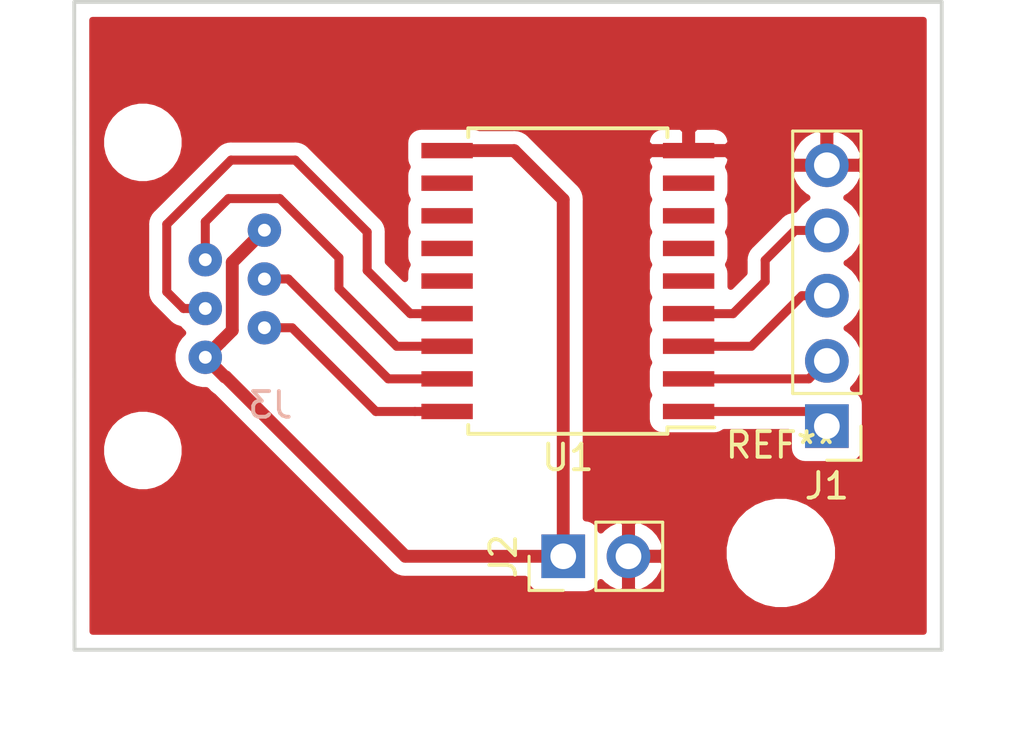
<source format=kicad_pcb>
(kicad_pcb (version 20171130) (host pcbnew "(5.1.2)-2")

  (general
    (thickness 1.6)
    (drawings 4)
    (tracks 48)
    (zones 0)
    (modules 5)
    (nets 19)
  )

  (page A4)
  (layers
    (0 F.Cu signal)
    (31 B.Cu signal)
    (32 B.Adhes user)
    (33 F.Adhes user)
    (34 B.Paste user)
    (35 F.Paste user)
    (36 B.SilkS user)
    (37 F.SilkS user)
    (38 B.Mask user)
    (39 F.Mask user)
    (40 Dwgs.User user)
    (41 Cmts.User user)
    (42 Eco1.User user)
    (43 Eco2.User user)
    (44 Edge.Cuts user)
    (45 Margin user)
    (46 B.CrtYd user)
    (47 F.CrtYd user)
    (48 B.Fab user)
    (49 F.Fab user)
  )

  (setup
    (last_trace_width 0.35)
    (trace_clearance 0.2)
    (zone_clearance 0.508)
    (zone_45_only no)
    (trace_min 0.2)
    (via_size 0.8)
    (via_drill 0.4)
    (via_min_size 0.4)
    (via_min_drill 0.3)
    (uvia_size 0.3)
    (uvia_drill 0.1)
    (uvias_allowed no)
    (uvia_min_size 0.2)
    (uvia_min_drill 0.1)
    (edge_width 0.15)
    (segment_width 0.2)
    (pcb_text_width 0.3)
    (pcb_text_size 1.5 1.5)
    (mod_edge_width 0.15)
    (mod_text_size 1 1)
    (mod_text_width 0.15)
    (pad_size 1.3 1.3)
    (pad_drill 0.5)
    (pad_to_mask_clearance 0.051)
    (solder_mask_min_width 0.25)
    (aux_axis_origin 73.7 87.5)
    (visible_elements 7FFFFFFF)
    (pcbplotparams
      (layerselection 0x010fc_ffffffff)
      (usegerberextensions false)
      (usegerberattributes false)
      (usegerberadvancedattributes false)
      (creategerberjobfile false)
      (excludeedgelayer true)
      (linewidth 0.100000)
      (plotframeref false)
      (viasonmask false)
      (mode 1)
      (useauxorigin true)
      (hpglpennumber 1)
      (hpglpenspeed 20)
      (hpglpendiameter 15.000000)
      (psnegative false)
      (psa4output false)
      (plotreference true)
      (plotvalue true)
      (plotinvisibletext false)
      (padsonsilk false)
      (subtractmaskfromsilk false)
      (outputformat 1)
      (mirror false)
      (drillshape 0)
      (scaleselection 1)
      (outputdirectory "gerbers/"))
  )

  (net 0 "")
  (net 1 "Net-(J1-Pad1)")
  (net 2 "Net-(J1-Pad2)")
  (net 3 "Net-(J1-Pad3)")
  (net 4 "Net-(J1-Pad4)")
  (net 5 GND)
  (net 6 +12V)
  (net 7 "Net-(J3-Pad5)")
  (net 8 "Net-(J3-Pad4)")
  (net 9 "Net-(J3-Pad3)")
  (net 10 "Net-(J3-Pad2)")
  (net 11 "Net-(U1-Pad5)")
  (net 12 "Net-(U1-Pad6)")
  (net 13 "Net-(U1-Pad7)")
  (net 14 "Net-(U1-Pad8)")
  (net 15 "Net-(U1-Pad11)")
  (net 16 "Net-(U1-Pad12)")
  (net 17 "Net-(U1-Pad13)")
  (net 18 "Net-(U1-Pad14)")

  (net_class Default "This is the default net class."
    (clearance 0.2)
    (trace_width 0.35)
    (via_dia 0.8)
    (via_drill 0.4)
    (uvia_dia 0.3)
    (uvia_drill 0.1)
    (add_net GND)
    (add_net "Net-(J1-Pad1)")
    (add_net "Net-(J1-Pad2)")
    (add_net "Net-(J1-Pad3)")
    (add_net "Net-(J1-Pad4)")
    (add_net "Net-(J3-Pad2)")
    (add_net "Net-(J3-Pad3)")
    (add_net "Net-(J3-Pad4)")
    (add_net "Net-(J3-Pad5)")
    (add_net "Net-(U1-Pad11)")
    (add_net "Net-(U1-Pad12)")
    (add_net "Net-(U1-Pad13)")
    (add_net "Net-(U1-Pad14)")
    (add_net "Net-(U1-Pad5)")
    (add_net "Net-(U1-Pad6)")
    (add_net "Net-(U1-Pad7)")
    (add_net "Net-(U1-Pad8)")
  )

  (net_class Power ""
    (clearance 0.2)
    (trace_width 0.5)
    (via_dia 0.8)
    (via_drill 0.4)
    (uvia_dia 0.3)
    (uvia_drill 0.1)
    (add_net +12V)
  )

  (module jebaoDosingAdapter:RJ11 (layer B.Cu) (tedit 5D75122A) (tstamp 5D743C28)
    (at 87.63 77.47 180)
    (path /5D71C0A6)
    (fp_text reference J3 (at 2.54 1.27) (layer B.SilkS)
      (effects (font (size 1 1) (thickness 0.15)) (justify mirror))
    )
    (fp_text value 6P6C (at 7.62 1.27) (layer B.Fab)
      (effects (font (size 1 1) (thickness 0.15)) (justify mirror))
    )
    (fp_line (start 0 -1) (end 13 -1) (layer B.Fab) (width 0.12))
    (fp_line (start 13 0) (end 13 12) (layer B.Fab) (width 0.12))
    (fp_line (start 13 12) (end 0 12) (layer B.Fab) (width 0.12))
    (fp_line (start 0 12) (end 0 0) (layer B.Fab) (width 0.12))
    (fp_line (start 13 0) (end 13 -1) (layer B.CrtYd) (width 0.12))
    (fp_line (start 0 0) (end 0 -1) (layer B.CrtYd) (width 0.12))
    (fp_line (start 13 0) (end 13 -1) (layer B.Fab) (width 0.12))
    (fp_line (start 0 0) (end 0 -1) (layer B.Fab) (width 0.12))
    (pad 1 thru_hole circle (at 2.77 8.08 180) (size 1.3 1.3) (drill 0.5) (layers *.Cu *.Mask)
      (net 6 +12V))
    (pad 2 thru_hole circle (at 5.07 6.93 180) (size 1.3 1.3) (drill 0.5) (layers *.Cu *.Mask)
      (net 10 "Net-(J3-Pad2)"))
    (pad 3 thru_hole circle (at 2.77 6.18 180) (size 1.3 1.3) (drill 0.5) (layers *.Cu *.Mask)
      (net 9 "Net-(J3-Pad3)"))
    (pad 4 thru_hole circle (at 5.07 5.03 180) (size 1.3 1.3) (drill 0.5) (layers *.Cu *.Mask)
      (net 8 "Net-(J3-Pad4)"))
    (pad 5 thru_hole circle (at 2.77 4.28 180) (size 1.3 1.3) (drill 0.5) (layers *.Cu *.Mask)
      (net 7 "Net-(J3-Pad5)"))
    (pad 6 thru_hole circle (at 5.07 3.13 180) (size 1.3 1.3) (drill 0.5) (layers *.Cu *.Mask)
      (net 6 +12V))
    (pad "" np_thru_hole circle (at 7.5 -0.5 180) (size 2 2) (drill 2) (layers *.Cu *.Mask))
    (pad "" np_thru_hole circle (at 7.5 11.5 180) (size 2 2) (drill 2) (layers *.Cu *.Mask))
  )

  (module Mounting_Holes:MountingHole_3.2mm_M3 (layer F.Cu) (tedit 56D1B4CB) (tstamp 5D743FD2)
    (at 104.96 81.96)
    (descr "Mounting Hole 3.2mm, no annular, M3")
    (tags "mounting hole 3.2mm no annular m3")
    (attr virtual)
    (fp_text reference REF** (at 0 -4.2) (layer F.SilkS)
      (effects (font (size 1 1) (thickness 0.15)))
    )
    (fp_text value MountingHole_3.2mm_M3 (at 0 4.2) (layer F.Fab)
      (effects (font (size 1 1) (thickness 0.15)))
    )
    (fp_text user %R (at 0.3 0) (layer F.Fab)
      (effects (font (size 1 1) (thickness 0.15)))
    )
    (fp_circle (center 0 0) (end 3.2 0) (layer Cmts.User) (width 0.15))
    (fp_circle (center 0 0) (end 3.45 0) (layer F.CrtYd) (width 0.05))
    (pad 1 np_thru_hole circle (at 0 0) (size 3.2 3.2) (drill 3.2) (layers *.Cu *.Mask))
  )

  (module Package_SO:SOIC-18W_7.5x11.6mm_P1.27mm (layer F.Cu) (tedit 5A02F2D3) (tstamp 5D80FAA1)
    (at 96.67 71.37 180)
    (descr "18-Lead Plastic Small Outline (SO) - Wide, 7.50 mm Body [SOIC] (see Microchip Packaging Specification 00000049BS.pdf)")
    (tags "SOIC 1.27")
    (path /5D71C035)
    (attr smd)
    (fp_text reference U1 (at 0 -6.875 180) (layer F.SilkS)
      (effects (font (size 1 1) (thickness 0.15)))
    )
    (fp_text value ULN2803A (at 0 6.875 180) (layer F.Fab)
      (effects (font (size 1 1) (thickness 0.15)))
    )
    (fp_text user %R (at 0 0 180) (layer F.Fab)
      (effects (font (size 1 1) (thickness 0.15)))
    )
    (fp_line (start -2.75 -5.8) (end 3.75 -5.8) (layer F.Fab) (width 0.15))
    (fp_line (start 3.75 -5.8) (end 3.75 5.8) (layer F.Fab) (width 0.15))
    (fp_line (start 3.75 5.8) (end -3.75 5.8) (layer F.Fab) (width 0.15))
    (fp_line (start -3.75 5.8) (end -3.75 -4.8) (layer F.Fab) (width 0.15))
    (fp_line (start -3.75 -4.8) (end -2.75 -5.8) (layer F.Fab) (width 0.15))
    (fp_line (start -5.95 -6.15) (end -5.95 6.15) (layer F.CrtYd) (width 0.05))
    (fp_line (start 5.95 -6.15) (end 5.95 6.15) (layer F.CrtYd) (width 0.05))
    (fp_line (start -5.95 -6.15) (end 5.95 -6.15) (layer F.CrtYd) (width 0.05))
    (fp_line (start -5.95 6.15) (end 5.95 6.15) (layer F.CrtYd) (width 0.05))
    (fp_line (start -3.875 -5.95) (end -3.875 -5.7) (layer F.SilkS) (width 0.15))
    (fp_line (start 3.875 -5.95) (end 3.875 -5.605) (layer F.SilkS) (width 0.15))
    (fp_line (start 3.875 5.95) (end 3.875 5.605) (layer F.SilkS) (width 0.15))
    (fp_line (start -3.875 5.95) (end -3.875 5.605) (layer F.SilkS) (width 0.15))
    (fp_line (start -3.875 -5.95) (end 3.875 -5.95) (layer F.SilkS) (width 0.15))
    (fp_line (start -3.875 5.95) (end 3.875 5.95) (layer F.SilkS) (width 0.15))
    (fp_line (start -3.875 -5.7) (end -5.7 -5.7) (layer F.SilkS) (width 0.15))
    (pad 1 smd rect (at -4.7 -5.08 180) (size 2 0.6) (layers F.Cu F.Paste F.Mask)
      (net 1 "Net-(J1-Pad1)"))
    (pad 2 smd rect (at -4.7 -3.81 180) (size 2 0.6) (layers F.Cu F.Paste F.Mask)
      (net 2 "Net-(J1-Pad2)"))
    (pad 3 smd rect (at -4.7 -2.54 180) (size 2 0.6) (layers F.Cu F.Paste F.Mask)
      (net 3 "Net-(J1-Pad3)"))
    (pad 4 smd rect (at -4.7 -1.27 180) (size 2 0.6) (layers F.Cu F.Paste F.Mask)
      (net 4 "Net-(J1-Pad4)"))
    (pad 5 smd rect (at -4.7 0 180) (size 2 0.6) (layers F.Cu F.Paste F.Mask)
      (net 11 "Net-(U1-Pad5)"))
    (pad 6 smd rect (at -4.7 1.27 180) (size 2 0.6) (layers F.Cu F.Paste F.Mask)
      (net 12 "Net-(U1-Pad6)"))
    (pad 7 smd rect (at -4.7 2.54 180) (size 2 0.6) (layers F.Cu F.Paste F.Mask)
      (net 13 "Net-(U1-Pad7)"))
    (pad 8 smd rect (at -4.7 3.81 180) (size 2 0.6) (layers F.Cu F.Paste F.Mask)
      (net 14 "Net-(U1-Pad8)"))
    (pad 9 smd rect (at -4.7 5.08 180) (size 2 0.6) (layers F.Cu F.Paste F.Mask)
      (net 5 GND))
    (pad 10 smd rect (at 4.7 5.08 180) (size 2 0.6) (layers F.Cu F.Paste F.Mask)
      (net 6 +12V))
    (pad 11 smd rect (at 4.7 3.81 180) (size 2 0.6) (layers F.Cu F.Paste F.Mask)
      (net 15 "Net-(U1-Pad11)"))
    (pad 12 smd rect (at 4.7 2.54 180) (size 2 0.6) (layers F.Cu F.Paste F.Mask)
      (net 16 "Net-(U1-Pad12)"))
    (pad 13 smd rect (at 4.7 1.27 180) (size 2 0.6) (layers F.Cu F.Paste F.Mask)
      (net 17 "Net-(U1-Pad13)"))
    (pad 14 smd rect (at 4.7 0 180) (size 2 0.6) (layers F.Cu F.Paste F.Mask)
      (net 18 "Net-(U1-Pad14)"))
    (pad 15 smd rect (at 4.7 -1.27 180) (size 2 0.6) (layers F.Cu F.Paste F.Mask)
      (net 8 "Net-(J3-Pad4)"))
    (pad 16 smd rect (at 4.7 -2.54 180) (size 2 0.6) (layers F.Cu F.Paste F.Mask)
      (net 10 "Net-(J3-Pad2)"))
    (pad 17 smd rect (at 4.7 -3.81 180) (size 2 0.6) (layers F.Cu F.Paste F.Mask)
      (net 9 "Net-(J3-Pad3)"))
    (pad 18 smd rect (at 4.7 -5.08 180) (size 2 0.6) (layers F.Cu F.Paste F.Mask)
      (net 7 "Net-(J3-Pad5)"))
    (model ${KISYS3DMOD}/Package_SO.3dshapes/SOIC-18W_7.5x11.6mm_P1.27mm.wrl
      (at (xyz 0 0 0))
      (scale (xyz 1 1 1))
      (rotate (xyz 0 0 0))
    )
  )

  (module Connector_PinHeader_2.54mm:PinHeader_1x05_P2.54mm_Vertical (layer F.Cu) (tedit 59FED5CC) (tstamp 5D80F437)
    (at 106.75 77.02 180)
    (descr "Through hole straight pin header, 1x05, 2.54mm pitch, single row")
    (tags "Through hole pin header THT 1x05 2.54mm single row")
    (path /5D71C4F3)
    (fp_text reference J1 (at 0 -2.33 180) (layer F.SilkS)
      (effects (font (size 1 1) (thickness 0.15)))
    )
    (fp_text value Conn_01x05_Male (at 0 12.49 180) (layer F.Fab)
      (effects (font (size 1 1) (thickness 0.15)))
    )
    (fp_line (start -0.635 -1.27) (end 1.27 -1.27) (layer F.Fab) (width 0.1))
    (fp_line (start 1.27 -1.27) (end 1.27 11.43) (layer F.Fab) (width 0.1))
    (fp_line (start 1.27 11.43) (end -1.27 11.43) (layer F.Fab) (width 0.1))
    (fp_line (start -1.27 11.43) (end -1.27 -0.635) (layer F.Fab) (width 0.1))
    (fp_line (start -1.27 -0.635) (end -0.635 -1.27) (layer F.Fab) (width 0.1))
    (fp_line (start -1.33 11.49) (end 1.33 11.49) (layer F.SilkS) (width 0.12))
    (fp_line (start -1.33 1.27) (end -1.33 11.49) (layer F.SilkS) (width 0.12))
    (fp_line (start 1.33 1.27) (end 1.33 11.49) (layer F.SilkS) (width 0.12))
    (fp_line (start -1.33 1.27) (end 1.33 1.27) (layer F.SilkS) (width 0.12))
    (fp_line (start -1.33 0) (end -1.33 -1.33) (layer F.SilkS) (width 0.12))
    (fp_line (start -1.33 -1.33) (end 0 -1.33) (layer F.SilkS) (width 0.12))
    (fp_line (start -1.8 -1.8) (end -1.8 11.95) (layer F.CrtYd) (width 0.05))
    (fp_line (start -1.8 11.95) (end 1.8 11.95) (layer F.CrtYd) (width 0.05))
    (fp_line (start 1.8 11.95) (end 1.8 -1.8) (layer F.CrtYd) (width 0.05))
    (fp_line (start 1.8 -1.8) (end -1.8 -1.8) (layer F.CrtYd) (width 0.05))
    (fp_text user %R (at 0 5.08 270) (layer F.Fab)
      (effects (font (size 1 1) (thickness 0.15)))
    )
    (pad 1 thru_hole rect (at 0 0 180) (size 1.7 1.7) (drill 1) (layers *.Cu *.Mask)
      (net 1 "Net-(J1-Pad1)"))
    (pad 2 thru_hole oval (at 0 2.54 180) (size 1.7 1.7) (drill 1) (layers *.Cu *.Mask)
      (net 2 "Net-(J1-Pad2)"))
    (pad 3 thru_hole oval (at 0 5.08 180) (size 1.7 1.7) (drill 1) (layers *.Cu *.Mask)
      (net 3 "Net-(J1-Pad3)"))
    (pad 4 thru_hole oval (at 0 7.62 180) (size 1.7 1.7) (drill 1) (layers *.Cu *.Mask)
      (net 4 "Net-(J1-Pad4)"))
    (pad 5 thru_hole oval (at 0 10.16 180) (size 1.7 1.7) (drill 1) (layers *.Cu *.Mask)
      (net 5 GND))
    (model ${KISYS3DMOD}/Connector_PinHeader_2.54mm.3dshapes/PinHeader_1x05_P2.54mm_Vertical.wrl
      (at (xyz 0 0 0))
      (scale (xyz 1 1 1))
      (rotate (xyz 0 0 0))
    )
  )

  (module Connector_PinHeader_2.54mm:PinHeader_1x02_P2.54mm_Vertical (layer F.Cu) (tedit 59FED5CC) (tstamp 5D80F6FC)
    (at 96.49 82.09 90)
    (descr "Through hole straight pin header, 1x02, 2.54mm pitch, single row")
    (tags "Through hole pin header THT 1x02 2.54mm single row")
    (path /5D71C249)
    (fp_text reference J2 (at 0 -2.33 90) (layer F.SilkS)
      (effects (font (size 1 1) (thickness 0.15)))
    )
    (fp_text value Conn_01x02_Male (at 0 4.87 90) (layer F.Fab)
      (effects (font (size 1 1) (thickness 0.15)))
    )
    (fp_line (start -0.635 -1.27) (end 1.27 -1.27) (layer F.Fab) (width 0.1))
    (fp_line (start 1.27 -1.27) (end 1.27 3.81) (layer F.Fab) (width 0.1))
    (fp_line (start 1.27 3.81) (end -1.27 3.81) (layer F.Fab) (width 0.1))
    (fp_line (start -1.27 3.81) (end -1.27 -0.635) (layer F.Fab) (width 0.1))
    (fp_line (start -1.27 -0.635) (end -0.635 -1.27) (layer F.Fab) (width 0.1))
    (fp_line (start -1.33 3.87) (end 1.33 3.87) (layer F.SilkS) (width 0.12))
    (fp_line (start -1.33 1.27) (end -1.33 3.87) (layer F.SilkS) (width 0.12))
    (fp_line (start 1.33 1.27) (end 1.33 3.87) (layer F.SilkS) (width 0.12))
    (fp_line (start -1.33 1.27) (end 1.33 1.27) (layer F.SilkS) (width 0.12))
    (fp_line (start -1.33 0) (end -1.33 -1.33) (layer F.SilkS) (width 0.12))
    (fp_line (start -1.33 -1.33) (end 0 -1.33) (layer F.SilkS) (width 0.12))
    (fp_line (start -1.8 -1.8) (end -1.8 4.35) (layer F.CrtYd) (width 0.05))
    (fp_line (start -1.8 4.35) (end 1.8 4.35) (layer F.CrtYd) (width 0.05))
    (fp_line (start 1.8 4.35) (end 1.8 -1.8) (layer F.CrtYd) (width 0.05))
    (fp_line (start 1.8 -1.8) (end -1.8 -1.8) (layer F.CrtYd) (width 0.05))
    (fp_text user %R (at 0 1.27 180) (layer F.Fab)
      (effects (font (size 1 1) (thickness 0.15)))
    )
    (pad 1 thru_hole rect (at 0 0 90) (size 1.7 1.7) (drill 1) (layers *.Cu *.Mask)
      (net 6 +12V))
    (pad 2 thru_hole oval (at 0 2.54 90) (size 1.7 1.7) (drill 1) (layers *.Cu *.Mask)
      (net 5 GND))
    (model ${KISYS3DMOD}/Connector_PinHeader_2.54mm.3dshapes/PinHeader_1x02_P2.54mm_Vertical.wrl
      (at (xyz 0 0 0))
      (scale (xyz 1 1 1))
      (rotate (xyz 0 0 0))
    )
  )

  (gr_line (start 111.22 60.5) (end 77.46 60.5) (layer Edge.Cuts) (width 0.15))
  (gr_line (start 111.22 85.73) (end 111.22 60.5) (layer Edge.Cuts) (width 0.15))
  (gr_line (start 77.47 85.73) (end 111.22 85.73) (layer Edge.Cuts) (width 0.15))
  (gr_line (start 77.46 60.52) (end 77.47 85.73) (layer Edge.Cuts) (width 0.15) (tstamp 5D743F3F))

  (segment (start 106.18 76.45) (end 106.75 77.02) (width 0.35) (layer F.Cu) (net 1))
  (segment (start 101.37 76.45) (end 106.18 76.45) (width 0.35) (layer F.Cu) (net 1))
  (segment (start 106.05 75.18) (end 106.75 74.48) (width 0.35) (layer F.Cu) (net 2))
  (segment (start 101.37 75.18) (end 106.05 75.18) (width 0.35) (layer F.Cu) (net 2))
  (segment (start 101.37 73.91) (end 103.81 73.91) (width 0.35) (layer F.Cu) (net 3))
  (segment (start 105.78 71.94) (end 106.75 71.94) (width 0.35) (layer F.Cu) (net 3))
  (segment (start 103.81 73.91) (end 105.78 71.94) (width 0.35) (layer F.Cu) (net 3))
  (segment (start 101.37 72.64) (end 103.1 72.64) (width 0.35) (layer F.Cu) (net 4))
  (segment (start 103.1 72.64) (end 104.35 71.39) (width 0.35) (layer F.Cu) (net 4))
  (segment (start 104.35 71.39) (end 104.35 70.56) (width 0.35) (layer F.Cu) (net 4))
  (segment (start 105.51 69.4) (end 106.75 69.4) (width 0.35) (layer F.Cu) (net 4))
  (segment (start 104.35 70.56) (end 105.51 69.4) (width 0.35) (layer F.Cu) (net 4))
  (segment (start 91.97 66.29) (end 94.58 66.29) (width 0.5) (layer F.Cu) (net 6))
  (segment (start 96.49 68.2) (end 96.49 82.09) (width 0.5) (layer F.Cu) (net 6))
  (segment (start 94.58 66.29) (end 96.49 68.2) (width 0.5) (layer F.Cu) (net 6))
  (segment (start 90.345 82.09) (end 96.49 82.09) (width 0.5) (layer F.Cu) (net 6))
  (segment (start 83.356999 75.101999) (end 90.345 82.09) (width 0.5) (layer F.Cu) (net 6))
  (segment (start 83.321999 75.101999) (end 83.356999 75.101999) (width 0.5) (layer F.Cu) (net 6))
  (segment (start 82.56 74.34) (end 83.321999 75.101999) (width 0.5) (layer F.Cu) (net 6))
  (segment (start 91.27 66.29) (end 91.97 66.29) (width 0.5) (layer F.Cu) (net 6))
  (segment (start 91.257937 66.302063) (end 91.27 66.29) (width 0.5) (layer F.Cu) (net 6))
  (segment (start 83.159999 73.740001) (end 82.56 74.34) (width 0.5) (layer F.Cu) (net 6))
  (segment (start 83.610001 73.289999) (end 83.159999 73.740001) (width 0.5) (layer F.Cu) (net 6))
  (segment (start 83.610001 70.639999) (end 83.610001 73.289999) (width 0.5) (layer F.Cu) (net 6))
  (segment (start 84.86 69.39) (end 83.610001 70.639999) (width 0.5) (layer F.Cu) (net 6))
  (segment (start 90.72 76.45) (end 91.97 76.45) (width 0.35) (layer F.Cu) (net 7))
  (segment (start 89.19763 76.45) (end 90.72 76.45) (width 0.35) (layer F.Cu) (net 7))
  (segment (start 85.93763 73.19) (end 89.19763 76.45) (width 0.35) (layer F.Cu) (net 7))
  (segment (start 84.86 73.19) (end 85.93763 73.19) (width 0.35) (layer F.Cu) (net 7))
  (segment (start 81.711472 72.44) (end 81.06 71.788528) (width 0.35) (layer F.Cu) (net 8))
  (segment (start 82.56 72.44) (end 81.711472 72.44) (width 0.35) (layer F.Cu) (net 8))
  (segment (start 81.06 71.788528) (end 81.06 69.16) (width 0.35) (layer F.Cu) (net 8))
  (segment (start 81.06 69.16) (end 83.56 66.66) (width 0.35) (layer F.Cu) (net 8))
  (segment (start 83.56 66.66) (end 86.06 66.66) (width 0.35) (layer F.Cu) (net 8))
  (segment (start 86.06 66.66) (end 88.86 69.46) (width 0.35) (layer F.Cu) (net 8))
  (segment (start 88.86 69.46) (end 88.86 70.96) (width 0.35) (layer F.Cu) (net 8))
  (segment (start 90.54 72.64) (end 91.97 72.64) (width 0.35) (layer F.Cu) (net 8))
  (segment (start 88.86 70.96) (end 90.54 72.64) (width 0.35) (layer F.Cu) (net 8))
  (segment (start 84.86 71.29) (end 85.79 71.29) (width 0.35) (layer F.Cu) (net 9))
  (segment (start 89.68 75.18) (end 91.97 75.18) (width 0.35) (layer F.Cu) (net 9))
  (segment (start 85.79 71.29) (end 89.68 75.18) (width 0.35) (layer F.Cu) (net 9))
  (segment (start 82.56 70.54) (end 82.56 69.06) (width 0.35) (layer F.Cu) (net 10))
  (segment (start 82.56 69.06) (end 83.46 68.16) (width 0.35) (layer F.Cu) (net 10))
  (segment (start 83.46 68.16) (end 85.46 68.16) (width 0.35) (layer F.Cu) (net 10))
  (segment (start 85.46 68.16) (end 87.76 70.46) (width 0.35) (layer F.Cu) (net 10))
  (segment (start 87.76 70.46) (end 87.76 71.66) (width 0.35) (layer F.Cu) (net 10))
  (segment (start 90.01 73.91) (end 91.97 73.91) (width 0.35) (layer F.Cu) (net 10))
  (segment (start 87.76 71.66) (end 90.01 73.91) (width 0.35) (layer F.Cu) (net 10))

  (zone (net 5) (net_name GND) (layer F.Cu) (tstamp 5D75127F) (hatch edge 0.508)
    (connect_pads (clearance 0.508))
    (min_thickness 0.254)
    (fill yes (arc_segments 16) (thermal_gap 0.508) (thermal_bridge_width 0.508))
    (polygon
      (pts
        (xy 77.46 60.56) (xy 111.02 60.52) (xy 111.14 85.83) (xy 77.46 85.76) (xy 77.46 61.66)
      )
    )
    (filled_polygon
      (pts
        (xy 110.51 85.02) (xy 78.179718 85.02) (xy 78.176858 77.808967) (xy 78.495 77.808967) (xy 78.495 78.131033)
        (xy 78.557832 78.446912) (xy 78.681082 78.744463) (xy 78.860013 79.012252) (xy 79.087748 79.239987) (xy 79.355537 79.418918)
        (xy 79.653088 79.542168) (xy 79.968967 79.605) (xy 80.291033 79.605) (xy 80.606912 79.542168) (xy 80.904463 79.418918)
        (xy 81.172252 79.239987) (xy 81.399987 79.012252) (xy 81.578918 78.744463) (xy 81.702168 78.446912) (xy 81.765 78.131033)
        (xy 81.765 77.808967) (xy 81.702168 77.493088) (xy 81.578918 77.195537) (xy 81.399987 76.927748) (xy 81.172252 76.700013)
        (xy 80.904463 76.521082) (xy 80.606912 76.397832) (xy 80.291033 76.335) (xy 79.968967 76.335) (xy 79.653088 76.397832)
        (xy 79.355537 76.521082) (xy 79.087748 76.700013) (xy 78.860013 76.927748) (xy 78.681082 77.195537) (xy 78.557832 77.493088)
        (xy 78.495 77.808967) (xy 78.176858 77.808967) (xy 78.173428 69.16) (xy 80.246081 69.16) (xy 80.250001 69.199798)
        (xy 80.25 71.74874) (xy 80.246081 71.788528) (xy 80.25 71.828316) (xy 80.25 71.828318) (xy 80.26172 71.947315)
        (xy 80.308037 72.1) (xy 80.323285 72.128527) (xy 80.383251 72.240717) (xy 80.398668 72.259502) (xy 80.484472 72.364056)
        (xy 80.515387 72.389427) (xy 81.110577 72.984618) (xy 81.135944 73.015528) (xy 81.252502 73.111184) (xy 81.259283 73.116749)
        (xy 81.399998 73.191963) (xy 81.536106 73.233251) (xy 81.54673 73.236474) (xy 81.561875 73.25914) (xy 81.692735 73.39)
        (xy 81.561875 73.52086) (xy 81.421247 73.731324) (xy 81.324381 73.965179) (xy 81.275 74.213439) (xy 81.275 74.466561)
        (xy 81.324381 74.714821) (xy 81.421247 74.948676) (xy 81.561875 75.15914) (xy 81.74086 75.338125) (xy 81.951324 75.478753)
        (xy 82.185179 75.575619) (xy 82.433439 75.625) (xy 82.593421 75.625) (xy 82.665469 75.697048) (xy 82.693182 75.730816)
        (xy 82.72695 75.758529) (xy 82.726952 75.758531) (xy 82.754199 75.780892) (xy 82.82794 75.84141) (xy 82.864228 75.860806)
        (xy 89.68847 82.685049) (xy 89.716183 82.718817) (xy 89.749951 82.74653) (xy 89.749953 82.746532) (xy 89.850941 82.829411)
        (xy 90.004687 82.911589) (xy 90.17151 82.962195) (xy 90.301523 82.975) (xy 90.301531 82.975) (xy 90.345 82.979281)
        (xy 90.388469 82.975) (xy 95.005375 82.975) (xy 95.014188 83.064482) (xy 95.050498 83.18418) (xy 95.109463 83.294494)
        (xy 95.188815 83.391185) (xy 95.285506 83.470537) (xy 95.39582 83.529502) (xy 95.515518 83.565812) (xy 95.64 83.578072)
        (xy 97.34 83.578072) (xy 97.464482 83.565812) (xy 97.58418 83.529502) (xy 97.694494 83.470537) (xy 97.791185 83.391185)
        (xy 97.870537 83.294494) (xy 97.929502 83.18418) (xy 97.953966 83.103534) (xy 98.029731 83.187588) (xy 98.26308 83.361641)
        (xy 98.525901 83.486825) (xy 98.67311 83.531476) (xy 98.903 83.410155) (xy 98.903 82.217) (xy 99.157 82.217)
        (xy 99.157 83.410155) (xy 99.38689 83.531476) (xy 99.534099 83.486825) (xy 99.79692 83.361641) (xy 100.030269 83.187588)
        (xy 100.225178 82.971355) (xy 100.374157 82.721252) (xy 100.471481 82.446891) (xy 100.350814 82.217) (xy 99.157 82.217)
        (xy 98.903 82.217) (xy 98.883 82.217) (xy 98.883 81.963) (xy 98.903 81.963) (xy 98.903 80.769845)
        (xy 99.157 80.769845) (xy 99.157 81.963) (xy 100.350814 81.963) (xy 100.467931 81.739872) (xy 102.725 81.739872)
        (xy 102.725 82.180128) (xy 102.81089 82.611925) (xy 102.979369 83.018669) (xy 103.223962 83.384729) (xy 103.535271 83.696038)
        (xy 103.901331 83.940631) (xy 104.308075 84.10911) (xy 104.739872 84.195) (xy 105.180128 84.195) (xy 105.611925 84.10911)
        (xy 106.018669 83.940631) (xy 106.384729 83.696038) (xy 106.696038 83.384729) (xy 106.940631 83.018669) (xy 107.10911 82.611925)
        (xy 107.195 82.180128) (xy 107.195 81.739872) (xy 107.10911 81.308075) (xy 106.940631 80.901331) (xy 106.696038 80.535271)
        (xy 106.384729 80.223962) (xy 106.018669 79.979369) (xy 105.611925 79.81089) (xy 105.180128 79.725) (xy 104.739872 79.725)
        (xy 104.308075 79.81089) (xy 103.901331 79.979369) (xy 103.535271 80.223962) (xy 103.223962 80.535271) (xy 102.979369 80.901331)
        (xy 102.81089 81.308075) (xy 102.725 81.739872) (xy 100.467931 81.739872) (xy 100.471481 81.733109) (xy 100.374157 81.458748)
        (xy 100.225178 81.208645) (xy 100.030269 80.992412) (xy 99.79692 80.818359) (xy 99.534099 80.693175) (xy 99.38689 80.648524)
        (xy 99.157 80.769845) (xy 98.903 80.769845) (xy 98.67311 80.648524) (xy 98.525901 80.693175) (xy 98.26308 80.818359)
        (xy 98.029731 80.992412) (xy 97.953966 81.076466) (xy 97.929502 80.99582) (xy 97.870537 80.885506) (xy 97.791185 80.788815)
        (xy 97.694494 80.709463) (xy 97.58418 80.650498) (xy 97.464482 80.614188) (xy 97.375 80.605375) (xy 97.375 68.243469)
        (xy 97.379281 68.2) (xy 97.375 68.156531) (xy 97.375 68.156523) (xy 97.362195 68.02651) (xy 97.311589 67.859687)
        (xy 97.229411 67.705941) (xy 97.16456 67.62692) (xy 97.146532 67.604953) (xy 97.14653 67.604951) (xy 97.118817 67.571183)
        (xy 97.08505 67.543471) (xy 96.131579 66.59) (xy 99.731928 66.59) (xy 99.744188 66.714482) (xy 99.780498 66.83418)
        (xy 99.829043 66.925) (xy 99.780498 67.01582) (xy 99.744188 67.135518) (xy 99.731928 67.26) (xy 99.731928 67.86)
        (xy 99.744188 67.984482) (xy 99.780498 68.10418) (xy 99.829043 68.195) (xy 99.780498 68.28582) (xy 99.744188 68.405518)
        (xy 99.731928 68.53) (xy 99.731928 69.13) (xy 99.744188 69.254482) (xy 99.780498 69.37418) (xy 99.829043 69.465)
        (xy 99.780498 69.55582) (xy 99.744188 69.675518) (xy 99.731928 69.8) (xy 99.731928 70.4) (xy 99.744188 70.524482)
        (xy 99.780498 70.64418) (xy 99.829043 70.735) (xy 99.780498 70.82582) (xy 99.744188 70.945518) (xy 99.731928 71.07)
        (xy 99.731928 71.67) (xy 99.744188 71.794482) (xy 99.780498 71.91418) (xy 99.829043 72.005) (xy 99.780498 72.09582)
        (xy 99.744188 72.215518) (xy 99.731928 72.34) (xy 99.731928 72.94) (xy 99.744188 73.064482) (xy 99.780498 73.18418)
        (xy 99.829043 73.275) (xy 99.780498 73.36582) (xy 99.744188 73.485518) (xy 99.731928 73.61) (xy 99.731928 74.21)
        (xy 99.744188 74.334482) (xy 99.780498 74.45418) (xy 99.829043 74.545) (xy 99.780498 74.63582) (xy 99.744188 74.755518)
        (xy 99.731928 74.88) (xy 99.731928 75.48) (xy 99.744188 75.604482) (xy 99.780498 75.72418) (xy 99.829043 75.815)
        (xy 99.780498 75.90582) (xy 99.744188 76.025518) (xy 99.731928 76.15) (xy 99.731928 76.75) (xy 99.744188 76.874482)
        (xy 99.780498 76.99418) (xy 99.839463 77.104494) (xy 99.918815 77.201185) (xy 100.015506 77.280537) (xy 100.12582 77.339502)
        (xy 100.245518 77.375812) (xy 100.37 77.388072) (xy 102.37 77.388072) (xy 102.494482 77.375812) (xy 102.61418 77.339502)
        (xy 102.724494 77.280537) (xy 102.749518 77.26) (xy 105.261928 77.26) (xy 105.261928 77.87) (xy 105.274188 77.994482)
        (xy 105.310498 78.11418) (xy 105.369463 78.224494) (xy 105.448815 78.321185) (xy 105.545506 78.400537) (xy 105.65582 78.459502)
        (xy 105.775518 78.495812) (xy 105.9 78.508072) (xy 107.6 78.508072) (xy 107.724482 78.495812) (xy 107.84418 78.459502)
        (xy 107.954494 78.400537) (xy 108.051185 78.321185) (xy 108.130537 78.224494) (xy 108.189502 78.11418) (xy 108.225812 77.994482)
        (xy 108.238072 77.87) (xy 108.238072 76.17) (xy 108.225812 76.045518) (xy 108.189502 75.92582) (xy 108.130537 75.815506)
        (xy 108.051185 75.718815) (xy 107.954494 75.639463) (xy 107.84418 75.580498) (xy 107.775313 75.559607) (xy 107.805134 75.535134)
        (xy 107.990706 75.309014) (xy 108.128599 75.051034) (xy 108.213513 74.771111) (xy 108.242185 74.48) (xy 108.213513 74.188889)
        (xy 108.128599 73.908966) (xy 107.990706 73.650986) (xy 107.805134 73.424866) (xy 107.579014 73.239294) (xy 107.524209 73.21)
        (xy 107.579014 73.180706) (xy 107.805134 72.995134) (xy 107.990706 72.769014) (xy 108.128599 72.511034) (xy 108.213513 72.231111)
        (xy 108.242185 71.94) (xy 108.213513 71.648889) (xy 108.128599 71.368966) (xy 107.990706 71.110986) (xy 107.805134 70.884866)
        (xy 107.579014 70.699294) (xy 107.524209 70.67) (xy 107.579014 70.640706) (xy 107.805134 70.455134) (xy 107.990706 70.229014)
        (xy 108.128599 69.971034) (xy 108.213513 69.691111) (xy 108.242185 69.4) (xy 108.213513 69.108889) (xy 108.128599 68.828966)
        (xy 107.990706 68.570986) (xy 107.805134 68.344866) (xy 107.579014 68.159294) (xy 107.514477 68.124799) (xy 107.631355 68.055178)
        (xy 107.847588 67.860269) (xy 108.021641 67.62692) (xy 108.146825 67.364099) (xy 108.191476 67.21689) (xy 108.070155 66.987)
        (xy 106.877 66.987) (xy 106.877 67.007) (xy 106.623 67.007) (xy 106.623 66.987) (xy 105.429845 66.987)
        (xy 105.308524 67.21689) (xy 105.353175 67.364099) (xy 105.478359 67.62692) (xy 105.652412 67.860269) (xy 105.868645 68.055178)
        (xy 105.985523 68.124799) (xy 105.920986 68.159294) (xy 105.694866 68.344866) (xy 105.509294 68.570986) (xy 105.500738 68.586993)
        (xy 105.470212 68.59) (xy 105.470209 68.59) (xy 105.351212 68.60172) (xy 105.198527 68.648037) (xy 105.057811 68.723251)
        (xy 104.934472 68.824472) (xy 104.909105 68.855382) (xy 103.805383 69.959105) (xy 103.774473 69.984472) (xy 103.749108 70.01538)
        (xy 103.673251 70.107811) (xy 103.618631 70.21) (xy 103.598038 70.248527) (xy 103.551721 70.401212) (xy 103.543912 70.480498)
        (xy 103.536081 70.56) (xy 103.54 70.599788) (xy 103.54 71.054487) (xy 103.008072 71.586416) (xy 103.008072 71.07)
        (xy 102.995812 70.945518) (xy 102.959502 70.82582) (xy 102.910957 70.735) (xy 102.959502 70.64418) (xy 102.995812 70.524482)
        (xy 103.008072 70.4) (xy 103.008072 69.8) (xy 102.995812 69.675518) (xy 102.959502 69.55582) (xy 102.910957 69.465)
        (xy 102.959502 69.37418) (xy 102.995812 69.254482) (xy 103.008072 69.13) (xy 103.008072 68.53) (xy 102.995812 68.405518)
        (xy 102.959502 68.28582) (xy 102.910957 68.195) (xy 102.959502 68.10418) (xy 102.995812 67.984482) (xy 103.008072 67.86)
        (xy 103.008072 67.26) (xy 102.995812 67.135518) (xy 102.959502 67.01582) (xy 102.910957 66.925) (xy 102.959502 66.83418)
        (xy 102.995812 66.714482) (xy 103.008072 66.59) (xy 103.005 66.57575) (xy 102.93236 66.50311) (xy 105.308524 66.50311)
        (xy 105.429845 66.733) (xy 106.623 66.733) (xy 106.623 65.539186) (xy 106.877 65.539186) (xy 106.877 66.733)
        (xy 108.070155 66.733) (xy 108.191476 66.50311) (xy 108.146825 66.355901) (xy 108.021641 66.09308) (xy 107.847588 65.859731)
        (xy 107.631355 65.664822) (xy 107.381252 65.515843) (xy 107.106891 65.418519) (xy 106.877 65.539186) (xy 106.623 65.539186)
        (xy 106.393109 65.418519) (xy 106.118748 65.515843) (xy 105.868645 65.664822) (xy 105.652412 65.859731) (xy 105.478359 66.09308)
        (xy 105.353175 66.355901) (xy 105.308524 66.50311) (xy 102.93236 66.50311) (xy 102.84625 66.417) (xy 101.497 66.417)
        (xy 101.497 66.437) (xy 101.243 66.437) (xy 101.243 66.417) (xy 99.89375 66.417) (xy 99.735 66.57575)
        (xy 99.731928 66.59) (xy 96.131579 66.59) (xy 95.531579 65.99) (xy 99.731928 65.99) (xy 99.735 66.00425)
        (xy 99.89375 66.163) (xy 101.243 66.163) (xy 101.243 65.51375) (xy 101.497 65.51375) (xy 101.497 66.163)
        (xy 102.84625 66.163) (xy 103.005 66.00425) (xy 103.008072 65.99) (xy 102.995812 65.865518) (xy 102.959502 65.74582)
        (xy 102.900537 65.635506) (xy 102.821185 65.538815) (xy 102.724494 65.459463) (xy 102.61418 65.400498) (xy 102.494482 65.364188)
        (xy 102.37 65.351928) (xy 101.65575 65.355) (xy 101.497 65.51375) (xy 101.243 65.51375) (xy 101.08425 65.355)
        (xy 100.37 65.351928) (xy 100.245518 65.364188) (xy 100.12582 65.400498) (xy 100.015506 65.459463) (xy 99.918815 65.538815)
        (xy 99.839463 65.635506) (xy 99.780498 65.74582) (xy 99.744188 65.865518) (xy 99.731928 65.99) (xy 95.531579 65.99)
        (xy 95.236534 65.694956) (xy 95.208817 65.661183) (xy 95.074059 65.550589) (xy 94.920313 65.468411) (xy 94.75349 65.417805)
        (xy 94.623477 65.405) (xy 94.623469 65.405) (xy 94.58 65.400719) (xy 94.536531 65.405) (xy 93.222603 65.405)
        (xy 93.21418 65.400498) (xy 93.094482 65.364188) (xy 92.97 65.351928) (xy 90.97 65.351928) (xy 90.845518 65.364188)
        (xy 90.72582 65.400498) (xy 90.615506 65.459463) (xy 90.518815 65.538815) (xy 90.439463 65.635506) (xy 90.380498 65.74582)
        (xy 90.344188 65.865518) (xy 90.331928 65.99) (xy 90.331928 66.59) (xy 90.344188 66.714482) (xy 90.380498 66.83418)
        (xy 90.429043 66.925) (xy 90.380498 67.01582) (xy 90.344188 67.135518) (xy 90.331928 67.26) (xy 90.331928 67.86)
        (xy 90.344188 67.984482) (xy 90.380498 68.10418) (xy 90.429043 68.195) (xy 90.380498 68.28582) (xy 90.344188 68.405518)
        (xy 90.331928 68.53) (xy 90.331928 69.13) (xy 90.344188 69.254482) (xy 90.380498 69.37418) (xy 90.429043 69.465)
        (xy 90.380498 69.55582) (xy 90.344188 69.675518) (xy 90.331928 69.8) (xy 90.331928 70.4) (xy 90.344188 70.524482)
        (xy 90.380498 70.64418) (xy 90.429043 70.735) (xy 90.380498 70.82582) (xy 90.344188 70.945518) (xy 90.331928 71.07)
        (xy 90.331928 71.286415) (xy 89.67 70.624488) (xy 89.67 69.499788) (xy 89.673919 69.46) (xy 89.668132 69.401247)
        (xy 89.65828 69.301212) (xy 89.611963 69.148527) (xy 89.543376 69.020209) (xy 89.536749 69.00781) (xy 89.508257 68.973093)
        (xy 89.435528 68.884472) (xy 89.404614 68.859102) (xy 86.6609 66.115388) (xy 86.635528 66.084472) (xy 86.512189 65.983251)
        (xy 86.371473 65.908037) (xy 86.218788 65.86172) (xy 86.099791 65.85) (xy 86.099788 65.85) (xy 86.06 65.846081)
        (xy 86.020212 65.85) (xy 83.599788 65.85) (xy 83.56 65.846081) (xy 83.520212 65.85) (xy 83.520209 65.85)
        (xy 83.401212 65.86172) (xy 83.248527 65.908037) (xy 83.183024 65.943049) (xy 83.10781 65.983251) (xy 83.082223 66.00425)
        (xy 82.984472 66.084472) (xy 82.959105 66.115382) (xy 80.515383 68.559105) (xy 80.484473 68.584472) (xy 80.459108 68.61538)
        (xy 80.383251 68.707811) (xy 80.314333 68.836749) (xy 80.308038 68.848527) (xy 80.274745 68.95828) (xy 80.261721 69.001213)
        (xy 80.246081 69.16) (xy 78.173428 69.16) (xy 78.172099 65.808967) (xy 78.495 65.808967) (xy 78.495 66.131033)
        (xy 78.557832 66.446912) (xy 78.681082 66.744463) (xy 78.860013 67.012252) (xy 79.087748 67.239987) (xy 79.355537 67.418918)
        (xy 79.653088 67.542168) (xy 79.968967 67.605) (xy 80.291033 67.605) (xy 80.606912 67.542168) (xy 80.904463 67.418918)
        (xy 81.172252 67.239987) (xy 81.399987 67.012252) (xy 81.578918 66.744463) (xy 81.702168 66.446912) (xy 81.765 66.131033)
        (xy 81.765 65.808967) (xy 81.702168 65.493088) (xy 81.578918 65.195537) (xy 81.399987 64.927748) (xy 81.172252 64.700013)
        (xy 80.904463 64.521082) (xy 80.606912 64.397832) (xy 80.291033 64.335) (xy 79.968967 64.335) (xy 79.653088 64.397832)
        (xy 79.355537 64.521082) (xy 79.087748 64.700013) (xy 78.860013 64.927748) (xy 78.681082 65.195537) (xy 78.557832 65.493088)
        (xy 78.495 65.808967) (xy 78.172099 65.808967) (xy 78.170274 61.21) (xy 110.510001 61.21)
      )
    )
  )
)

</source>
